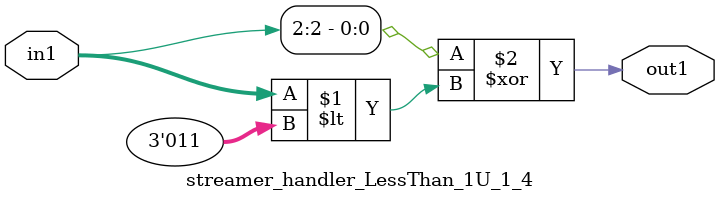
<source format=v>

`timescale 1ps / 1ps


module streamer_handler_LessThan_1U_1_4( in1, out1 );

    input [2:0] in1;
    output out1;

    
    // rtl_process:qkv_macro_handler_hub_LessThan_1U_52_4/qkv_macro_handler_hub_LessThan_1U_52_4_thread_1
    assign out1 = (in1[2] ^ in1 < 3'd3);

endmodule





</source>
